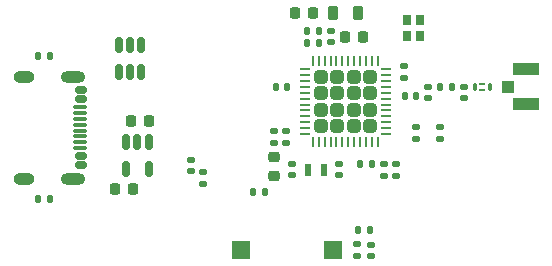
<source format=gbr>
%TF.GenerationSoftware,KiCad,Pcbnew,7.0.9*%
%TF.CreationDate,2024-03-07T22:07:38-08:00*%
%TF.ProjectId,stm32mc,73746d33-326d-4632-9e6b-696361645f70,rev?*%
%TF.SameCoordinates,PX2625a00PY510ff40*%
%TF.FileFunction,Paste,Top*%
%TF.FilePolarity,Positive*%
%FSLAX46Y46*%
G04 Gerber Fmt 4.6, Leading zero omitted, Abs format (unit mm)*
G04 Created by KiCad (PCBNEW 7.0.9) date 2024-03-07 22:07:38*
%MOMM*%
%LPD*%
G01*
G04 APERTURE LIST*
G04 Aperture macros list*
%AMRoundRect*
0 Rectangle with rounded corners*
0 $1 Rounding radius*
0 $2 $3 $4 $5 $6 $7 $8 $9 X,Y pos of 4 corners*
0 Add a 4 corners polygon primitive as box body*
4,1,4,$2,$3,$4,$5,$6,$7,$8,$9,$2,$3,0*
0 Add four circle primitives for the rounded corners*
1,1,$1+$1,$2,$3*
1,1,$1+$1,$4,$5*
1,1,$1+$1,$6,$7*
1,1,$1+$1,$8,$9*
0 Add four rect primitives between the rounded corners*
20,1,$1+$1,$2,$3,$4,$5,0*
20,1,$1+$1,$4,$5,$6,$7,0*
20,1,$1+$1,$6,$7,$8,$9,0*
20,1,$1+$1,$8,$9,$2,$3,0*%
G04 Aperture macros list end*
%ADD10R,0.800000X0.900000*%
%ADD11R,0.600000X1.100000*%
%ADD12RoundRect,0.250000X0.315000X-0.315000X0.315000X0.315000X-0.315000X0.315000X-0.315000X-0.315000X0*%
%ADD13RoundRect,0.062500X0.062500X-0.375000X0.062500X0.375000X-0.062500X0.375000X-0.062500X-0.375000X0*%
%ADD14RoundRect,0.062500X0.375000X-0.062500X0.375000X0.062500X-0.375000X0.062500X-0.375000X-0.062500X0*%
%ADD15RoundRect,0.150000X-0.150000X0.512500X-0.150000X-0.512500X0.150000X-0.512500X0.150000X0.512500X0*%
%ADD16RoundRect,0.150000X0.150000X-0.512500X0.150000X0.512500X-0.150000X0.512500X-0.150000X-0.512500X0*%
%ADD17R,1.500000X1.500000*%
%ADD18RoundRect,0.135000X-0.185000X0.135000X-0.185000X-0.135000X0.185000X-0.135000X0.185000X0.135000X0*%
%ADD19RoundRect,0.135000X0.135000X0.185000X-0.135000X0.185000X-0.135000X-0.185000X0.135000X-0.185000X0*%
%ADD20RoundRect,0.135000X0.185000X-0.135000X0.185000X0.135000X-0.185000X0.135000X-0.185000X-0.135000X0*%
%ADD21RoundRect,0.135000X-0.135000X-0.185000X0.135000X-0.185000X0.135000X0.185000X-0.135000X0.185000X0*%
%ADD22RoundRect,0.147500X-0.147500X-0.172500X0.147500X-0.172500X0.147500X0.172500X-0.147500X0.172500X0*%
%ADD23RoundRect,0.218750X-0.218750X-0.381250X0.218750X-0.381250X0.218750X0.381250X-0.218750X0.381250X0*%
%ADD24RoundRect,0.147500X0.172500X-0.147500X0.172500X0.147500X-0.172500X0.147500X-0.172500X-0.147500X0*%
%ADD25R,1.050000X1.000000*%
%ADD26R,2.200000X1.050000*%
%ADD27RoundRect,0.150000X-0.350000X0.150000X-0.350000X-0.150000X0.350000X-0.150000X0.350000X0.150000X0*%
%ADD28RoundRect,0.075000X-0.500000X0.075000X-0.500000X-0.075000X0.500000X-0.075000X0.500000X0.075000X0*%
%ADD29O,2.100000X1.000000*%
%ADD30O,1.800000X1.000000*%
%ADD31RoundRect,0.068750X-0.068750X-0.281250X0.068750X-0.281250X0.068750X0.281250X-0.068750X0.281250X0*%
%ADD32RoundRect,0.061250X0.163750X0.061250X-0.163750X0.061250X-0.163750X-0.061250X0.163750X-0.061250X0*%
%ADD33RoundRect,0.140000X-0.170000X0.140000X-0.170000X-0.140000X0.170000X-0.140000X0.170000X0.140000X0*%
%ADD34RoundRect,0.225000X-0.225000X-0.250000X0.225000X-0.250000X0.225000X0.250000X-0.225000X0.250000X0*%
%ADD35RoundRect,0.140000X0.140000X0.170000X-0.140000X0.170000X-0.140000X-0.170000X0.140000X-0.170000X0*%
%ADD36RoundRect,0.225000X0.225000X0.250000X-0.225000X0.250000X-0.225000X-0.250000X0.225000X-0.250000X0*%
%ADD37RoundRect,0.140000X0.170000X-0.140000X0.170000X0.140000X-0.170000X0.140000X-0.170000X-0.140000X0*%
%ADD38RoundRect,0.140000X-0.140000X-0.170000X0.140000X-0.170000X0.140000X0.170000X-0.140000X0.170000X0*%
%ADD39RoundRect,0.225000X-0.250000X0.225000X-0.250000X-0.225000X0.250000X-0.225000X0.250000X0.225000X0*%
G04 APERTURE END LIST*
D10*
%TO.C,X2*%
X36300000Y20550000D03*
X36300000Y21950000D03*
X35200000Y21950000D03*
X35200000Y20550000D03*
%TD*%
D11*
%TO.C,X1*%
X28200000Y9250000D03*
X26800000Y9250000D03*
%TD*%
D12*
%TO.C,U3*%
X27900000Y15700000D03*
X32100000Y14300000D03*
X27900000Y17100000D03*
X30700000Y12900000D03*
X30700000Y14300000D03*
X29300000Y12900000D03*
X29300000Y14300000D03*
X30700000Y15700000D03*
X32100000Y12900000D03*
X32100000Y17100000D03*
X27900000Y12900000D03*
X30700000Y17100000D03*
X27900000Y14300000D03*
X29300000Y15700000D03*
X32100000Y15700000D03*
X29300000Y17100000D03*
D13*
X27250000Y11562500D03*
X27750000Y11562500D03*
X28250000Y11562500D03*
X28750000Y11562500D03*
X29250000Y11562500D03*
X29750000Y11562500D03*
X30250000Y11562500D03*
X30750000Y11562500D03*
X31250000Y11562500D03*
X31750000Y11562500D03*
X32250000Y11562500D03*
X32750000Y11562500D03*
D14*
X33437500Y12250000D03*
X33437500Y12750000D03*
X33437500Y13250000D03*
X33437500Y13750000D03*
X33437500Y14250000D03*
X33437500Y14750000D03*
X33437500Y15250000D03*
X33437500Y15750000D03*
X33437500Y16250000D03*
X33437500Y16750000D03*
X33437500Y17250000D03*
X33437500Y17750000D03*
D13*
X32750000Y18437500D03*
X32250000Y18437500D03*
X31750000Y18437500D03*
X31250000Y18437500D03*
X30750000Y18437500D03*
X30250000Y18437500D03*
X29750000Y18437500D03*
X29250000Y18437500D03*
X28750000Y18437500D03*
X28250000Y18437500D03*
X27750000Y18437500D03*
X27250000Y18437500D03*
D14*
X26562500Y17750000D03*
X26562500Y17250000D03*
X26562500Y16750000D03*
X26562500Y16250000D03*
X26562500Y15750000D03*
X26562500Y15250000D03*
X26562500Y14750000D03*
X26562500Y14250000D03*
X26562500Y13750000D03*
X26562500Y13250000D03*
X26562500Y12750000D03*
X26562500Y12250000D03*
%TD*%
D15*
%TO.C,U2*%
X13350000Y11600000D03*
X12400000Y11600000D03*
X11450000Y11600000D03*
X11450000Y9325000D03*
X13350000Y9325000D03*
%TD*%
D16*
%TO.C,U1*%
X10800000Y17525000D03*
X11750000Y17525000D03*
X12700000Y17525000D03*
X12700000Y19800000D03*
X11750000Y19800000D03*
X10800000Y19800000D03*
%TD*%
D17*
%TO.C,SW1*%
X21150000Y2400000D03*
X28950000Y2400000D03*
%TD*%
D18*
%TO.C,R9*%
X30950000Y1890000D03*
X30950000Y2910000D03*
%TD*%
D19*
%TO.C,R8*%
X31080000Y4100000D03*
X32100000Y4100000D03*
%TD*%
D20*
%TO.C,R7*%
X38000000Y11840000D03*
X38000000Y12860000D03*
%TD*%
%TO.C,R6*%
X34250000Y8730000D03*
X34250000Y9750000D03*
%TD*%
%TO.C,R5*%
X33250000Y9760000D03*
X33250000Y8740000D03*
%TD*%
D18*
%TO.C,R4*%
X35950000Y12860000D03*
X35950000Y11840000D03*
%TD*%
%TO.C,R3*%
X17960000Y8010000D03*
X17960000Y9030000D03*
%TD*%
D21*
%TO.C,R2*%
X3990000Y18850000D03*
X5010000Y18850000D03*
%TD*%
D19*
%TO.C,R1*%
X5010000Y6750000D03*
X3990000Y6750000D03*
%TD*%
D22*
%TO.C,L3*%
X38030000Y16250000D03*
X39000000Y16250000D03*
%TD*%
D23*
%TO.C,L2*%
X28937500Y22500000D03*
X31062500Y22500000D03*
%TD*%
D24*
%TO.C,L1*%
X28750000Y20985000D03*
X28750000Y20015000D03*
%TD*%
D25*
%TO.C,J5*%
X43750000Y16250000D03*
D26*
X45275000Y14775000D03*
X45275000Y17725000D03*
%TD*%
D27*
%TO.C,J1*%
X7605000Y16000000D03*
X7605000Y15200000D03*
D28*
X7530000Y14050000D03*
X7530000Y13050000D03*
X7530000Y12550000D03*
X7530000Y11550000D03*
D27*
X7605000Y10400000D03*
X7605000Y9600000D03*
X7605000Y9600000D03*
X7605000Y10400000D03*
D28*
X7530000Y11050000D03*
X7530000Y12050000D03*
X7530000Y13550000D03*
X7530000Y14550000D03*
D27*
X7605000Y15200000D03*
X7605000Y16000000D03*
D29*
X6955000Y17120000D03*
D30*
X2775000Y17120000D03*
D29*
X6955000Y8480000D03*
D30*
X2775000Y8480000D03*
%TD*%
D31*
%TO.C,FLT1*%
X41000000Y16227500D03*
D32*
X41612500Y16000000D03*
D31*
X42225000Y16227500D03*
D32*
X41612500Y16455000D03*
%TD*%
D24*
%TO.C,D1*%
X16900000Y9100000D03*
X16900000Y10070000D03*
%TD*%
D33*
%TO.C,C19*%
X32150000Y2900000D03*
X32150000Y1940000D03*
%TD*%
%TO.C,C18*%
X25500000Y9730000D03*
X25500000Y8770000D03*
%TD*%
%TO.C,C17*%
X29500000Y9730000D03*
X29500000Y8770000D03*
%TD*%
%TO.C,C16*%
X40015000Y16250000D03*
X40015000Y15290000D03*
%TD*%
%TO.C,C15*%
X37015000Y16250000D03*
X37015000Y15290000D03*
%TD*%
D34*
%TO.C,C14*%
X29975000Y20500000D03*
X31525000Y20500000D03*
%TD*%
D35*
%TO.C,C13*%
X22220000Y7350000D03*
X23180000Y7350000D03*
%TD*%
D33*
%TO.C,C12*%
X35000000Y17980000D03*
X35000000Y17020000D03*
%TD*%
D35*
%TO.C,C11*%
X27750000Y21000000D03*
X26790000Y21000000D03*
%TD*%
D36*
%TO.C,C10*%
X27275000Y22500000D03*
X25725000Y22500000D03*
%TD*%
D37*
%TO.C,C9*%
X25000000Y11520000D03*
X25000000Y12480000D03*
%TD*%
D38*
%TO.C,C8*%
X35020000Y15500000D03*
X35980000Y15500000D03*
%TD*%
D35*
%TO.C,C7*%
X27750000Y20000000D03*
X26790000Y20000000D03*
%TD*%
D37*
%TO.C,C6*%
X24000000Y11520000D03*
X24000000Y12480000D03*
%TD*%
D38*
%TO.C,C5*%
X31270000Y9750000D03*
X32230000Y9750000D03*
%TD*%
D35*
%TO.C,C4*%
X25080000Y16250000D03*
X24120000Y16250000D03*
%TD*%
D39*
%TO.C,C3*%
X24000000Y8725000D03*
X24000000Y10275000D03*
%TD*%
D36*
%TO.C,C2*%
X10500000Y7600000D03*
X12050000Y7600000D03*
%TD*%
%TO.C,C1*%
X13400000Y13350000D03*
X11850000Y13350000D03*
%TD*%
M02*

</source>
